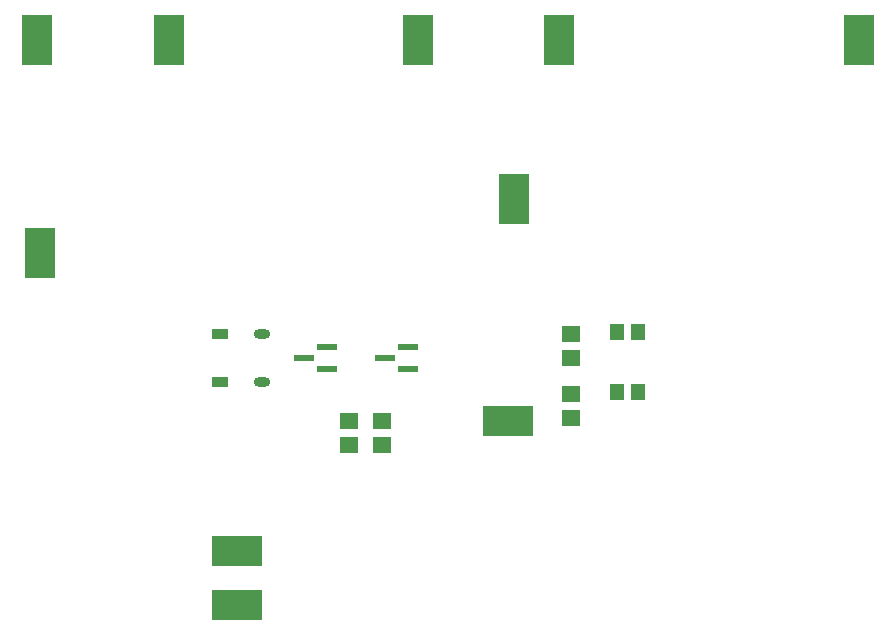
<source format=gtp>
G04*
G04 #@! TF.GenerationSoftware,Altium Limited,Altium Designer,23.7.1 (13)*
G04*
G04 Layer_Color=8421504*
%FSLAX44Y44*%
%MOMM*%
G71*
G04*
G04 #@! TF.SameCoordinates,8069B4C8-0706-43A3-9A5C-337C007DADD0*
G04*
G04*
G04 #@! TF.FilePolarity,Positive*
G04*
G01*
G75*
%ADD18R,1.4082X0.8221*%
G04:AMPARAMS|DCode=19|XSize=1.4082mm|YSize=0.8221mm|CornerRadius=0.4111mm|HoleSize=0mm|Usage=FLASHONLY|Rotation=0.000|XOffset=0mm|YOffset=0mm|HoleType=Round|Shape=RoundedRectangle|*
%AMROUNDEDRECTD19*
21,1,1.4082,0.0000,0,0,0.0*
21,1,0.5861,0.8221,0,0,0.0*
1,1,0.8221,0.2930,0.0000*
1,1,0.8221,-0.2930,0.0000*
1,1,0.8221,-0.2930,0.0000*
1,1,0.8221,0.2930,0.0000*
%
%ADD19ROUNDEDRECTD19*%
%ADD20R,1.8000X0.6000*%
%ADD21R,4.2000X2.6000*%
%ADD22R,2.6000X4.2000*%
%ADD23R,1.5000X1.4000*%
%ADD24R,1.1500X1.4500*%
D18*
X345420Y266700D02*
D03*
Y226060D02*
D03*
D19*
X381020Y266700D02*
D03*
Y226060D02*
D03*
D20*
X505046Y236880D02*
D03*
Y255880D02*
D03*
X485046Y246380D02*
D03*
X416720Y246380D02*
D03*
X436720Y255880D02*
D03*
Y236880D02*
D03*
D21*
X589781Y192880D02*
D03*
X360063Y83280D02*
D03*
Y37630D02*
D03*
D22*
X513080Y515620D02*
D03*
X302260D02*
D03*
X190500D02*
D03*
X633120D02*
D03*
X193040Y335280D02*
D03*
X594360Y381000D02*
D03*
X886460Y515620D02*
D03*
D23*
X642620Y195740D02*
D03*
X642620Y215740D02*
D03*
X642620Y246540D02*
D03*
X642620Y266540D02*
D03*
X454660Y192880D02*
D03*
X454660Y172880D02*
D03*
X482600Y192880D02*
D03*
X482600Y172880D02*
D03*
D24*
X699630Y217170D02*
D03*
X682130D02*
D03*
X699630Y267970D02*
D03*
X682130D02*
D03*
M02*

</source>
